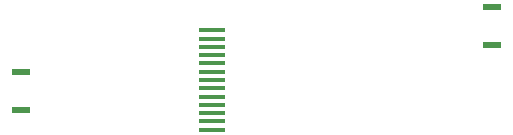
<source format=gbp>
G04 #@! TF.GenerationSoftware,KiCad,Pcbnew,9.0.2*
G04 #@! TF.CreationDate,2026-01-05T11:11:59+01:00*
G04 #@! TF.ProjectId,switch,73776974-6368-42e6-9b69-6361645f7063,rev?*
G04 #@! TF.SameCoordinates,Original*
G04 #@! TF.FileFunction,Paste,Bot*
G04 #@! TF.FilePolarity,Positive*
%FSLAX46Y46*%
G04 Gerber Fmt 4.6, Leading zero omitted, Abs format (unit mm)*
G04 Created by KiCad (PCBNEW 9.0.2) date 2026-01-05 11:11:59*
%MOMM*%
%LPD*%
G01*
G04 APERTURE LIST*
G04 Aperture macros list*
%AMRoundRect*
0 Rectangle with rounded corners*
0 $1 Rounding radius*
0 $2 $3 $4 $5 $6 $7 $8 $9 X,Y pos of 4 corners*
0 Add a 4 corners polygon primitive as box body*
4,1,4,$2,$3,$4,$5,$6,$7,$8,$9,$2,$3,0*
0 Add four circle primitives for the rounded corners*
1,1,$1+$1,$2,$3*
1,1,$1+$1,$4,$5*
1,1,$1+$1,$6,$7*
1,1,$1+$1,$8,$9*
0 Add four rect primitives between the rounded corners*
20,1,$1+$1,$2,$3,$4,$5,0*
20,1,$1+$1,$4,$5,$6,$7,0*
20,1,$1+$1,$6,$7,$8,$9,0*
20,1,$1+$1,$8,$9,$2,$3,0*%
G04 Aperture macros list end*
%ADD10R,1.500000X0.550000*%
%ADD11RoundRect,0.092500X1.007500X0.092500X-1.007500X0.092500X-1.007500X-0.092500X1.007500X-0.092500X0*%
G04 APERTURE END LIST*
D10*
G04 #@! TO.C,SW1*
X142036800Y-125688300D03*
X142036800Y-128938300D03*
G04 #@! TD*
D11*
G04 #@! TO.C,J2*
X158212000Y-122162000D03*
X158212000Y-122862000D03*
X158212000Y-123562000D03*
X158212000Y-124262000D03*
X158212000Y-124962000D03*
X158212000Y-125662000D03*
X158212000Y-126362000D03*
X158212000Y-127062000D03*
X158212000Y-127762000D03*
X158212000Y-128462000D03*
X158212000Y-129162000D03*
X158212000Y-129862000D03*
X158212000Y-130562000D03*
G04 #@! TD*
D10*
G04 #@! TO.C,SW2*
X181889400Y-120151100D03*
X181889400Y-123401100D03*
G04 #@! TD*
M02*

</source>
